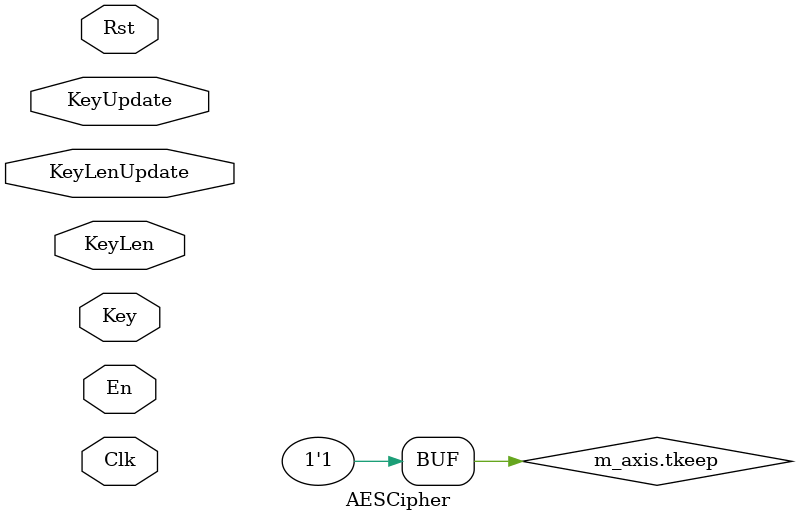
<source format=sv>
`timescale 1ns / 1ps


/*
    AES Cipher
    Supports AES-128, AES-192, and AES-256
    The wheel key is updated only when necessary
*/
module AESCipher(
	input  wire logic         Clk,
    input  wire logic         Rst,
    input  wire logic         En,
    input  wire logic [1:0]   KeyLen,        // 00:128, 01:192, 10:256
	input  wire logic [255:0] Key,           // Top alignment
    input  wire logic         KeyUpdate,     // Update pulse
    input  wire logic         KeyLenUpdate,  // Update pulse

    my_axis_if.slave          s_axis,        // Plaintext 128-bit input
    my_axis_if.master         m_axis         // Ciphertext 8-bit output
);
	typedef enum logic [2:0] {
        IDLE    = 3'd0,
        KEY_GEN = 3'd1,
        S0      = 3'd2,
        S1      = 3'd3,
        S2      = 3'd4,
        OUTPUT  = 3'd5
    } state_t;
		
	logic [255:0] KeyReg, KeyNext;
    logic [1:0]   KeyLenReg, KeyLenNext;
    logic [3:0]   OutByteCnt, OutByteCntNext;
	logic [127:0] DataOutBufReg, DataOutBufNext;

	state_t       StateReg, StateNext;
	logic [3:0]   NReg, NNext;
	logic [127:0] DReg, DNext;	
	logic [127:0] DNext1, DNext2,DNext3;

    logic [31:0]  ExpWord;
    logic [5:0]   ExpIndex;
    logic         ExpValid;
    logic         ExpDone;
    logic         ExpStart;
    logic         NeedExpansion;
    
    // Round Keys Storage (Max 15 rounds for AES-256)
    logic [127:0] RoundKeys [0:14];   
    logic [127:0] CurrentRoundKey;
    assign CurrentRoundKey = RoundKeys[NReg];

    // Key Expander Instance
    KeyExpander U_KeyExp(
        .Clk(Clk),
        .Rst(Rst),
        .En(En),
        .Start(ExpStart),
        .KeyLen(KeyLenNext), // Use KeyLenNext to capture new length immediately
        .KeyIn(KeyNext),     // Use KeyNext to capture new key immediately
        .WordOut(ExpWord),
        .WordIndex(ExpIndex),
        .Valid(ExpValid),
        .Done(ExpDone)
    );
    
    // Store Round Keys
    always_ff @(posedge Clk) begin
        if(Rst || !En) begin
            for(int k=0; k<15; k=k+1) RoundKeys[k] <= '0;
        end else if(ExpValid) begin
            case(ExpIndex[1:0])
                2'b00: RoundKeys[ExpIndex[5:2]][127:96] <= ExpWord;
                2'b01: RoundKeys[ExpIndex[5:2]][95:64]  <= ExpWord;
                2'b10: RoundKeys[ExpIndex[5:2]][63:32]  <= ExpWord;
                2'b11: RoundKeys[ExpIndex[5:2]][31:0]   <= ExpWord;
            endcase
        end
    end
    
    // Determine Max Rounds
    logic [3:0] MaxRounds;
    always_comb begin
        case(KeyLenReg)
            2'b00: MaxRounds = 10;
            2'b01: MaxRounds = 12;
            2'b10: MaxRounds = 14;
            default: MaxRounds = 10;
        endcase
    end
    
    // NeedExpansion Logic
    always_ff @(posedge Clk) begin
        if(Rst || !En) begin
            NeedExpansion <= 1'b1;
        end else if(KeyUpdate || KeyLenUpdate) begin
            NeedExpansion <= 1'b1;
        end else if(ExpDone) begin
            NeedExpansion <= 1'b0;
        end
    end
    	
	always_ff @(posedge Clk) begin
		if(Rst || !En) begin
            DataOutBufReg  <= '0;
			KeyReg     <= '0;
            KeyLenReg  <= '0;
			NReg       <= '0;
			DReg       <= '0;
            OutByteCnt <= '0;
			StateReg   <= IDLE;
		end
		else begin
            DataOutBufReg  <= DataOutBufNext;
			KeyReg     <= KeyNext;
            KeyLenReg  <= KeyLenNext;
			NReg       <= NNext;
			DReg       <= DNext;
            OutByteCnt <= OutByteCntNext;
			StateReg   <= StateNext;
		end
	end
	
	always_comb begin
		StateNext   = StateReg;
        DataOutBufNext  = DataOutBufReg;
		KeyNext     = KeyReg;
        KeyLenNext  = KeyLenReg;
		NNext       = NReg;
		DNext       = DReg;
        OutByteCntNext = OutByteCnt;
        ExpStart    = 1'b0;

        // Axis defaults
        s_axis.tready = 1'b0;
        m_axis.tvalid = 1'b0;
        m_axis.tdata  = '0;
        m_axis.tkeep  = '1;
        m_axis.tlast  = 1'b0;
        
		case(StateReg)
            IDLE: begin
                OutByteCntNext = 4'd0;
                s_axis.tready = En;
				if(s_axis.tvalid && En) begin
					DNext = s_axis.tdata;
					NNext = 4'b0000;                    
                    if(NeedExpansion) begin
                        KeyNext    = Key;
                        KeyLenNext = KeyLen;
                        ExpStart   = 1;
                        StateNext  = KEY_GEN;
                    end else begin
                        StateNext  = S0;
                    end
				end
			end
            // Wait for Key Expansion to complete
            KEY_GEN: begin           
                if(ExpDone) begin
                    StateNext = S0;
                end
            end
            // Round 0 (AddRoundKey)
			S0: begin                   
					DNext = DNext1; 
					NNext = 4'b0001;
					StateNext = S1;
			end
            // Rounds 1 to Nr-1
			S1: begin               
				DNext = DNext2; 
				NNext = NReg + 1;
                if (NReg == MaxRounds - 1) begin
                    StateNext = S2;
                end
			end
            // Round Nr (Final Round Calculation)
			S2: begin
                DataOutBufNext = DNext3; // Capture the DataOutBuf from RoundEnd
                StateNext  = OUTPUT;
			end
            // Output State (Serialize 128-bit DataOutBuf to 8-bit stream)
            OUTPUT: begin
                m_axis.tvalid = 1'b1;
                // Send 128-bit data as 16 bytes, MSB first (Big Endian / Network Order)
                m_axis.tdata  = DataOutBufReg[127 - (OutByteCnt * 8) -: 8];
                
                if (OutByteCnt == 4'd15)
                    m_axis.tlast = 1'b1;
                else
                    m_axis.tlast = 1'b0;
                
                if (m_axis.tready) begin
                    if (OutByteCnt == 4'd15) begin
                        StateNext   = IDLE;
                        OutByteCntNext = 4'd0;
                    end else begin
                        OutByteCntNext = OutByteCnt + 1;
                    end
                end
            end
            default: begin
                StateNext = IDLE;
            end
		endcase
	end
	
    // Round Instances
    RoundFirst   UR0(.DataIn(DReg),.Key(RoundKeys[0])   ,.DataOut(DNext1));		
    RoundGeneral UR1(.DataIn(DReg),.Key(CurrentRoundKey),.DataOut(DNext2));	
    RoundEnd     UR2(.DataIn(DReg),.Key(CurrentRoundKey),.DataOut(DNext3)); 

endmodule

</source>
